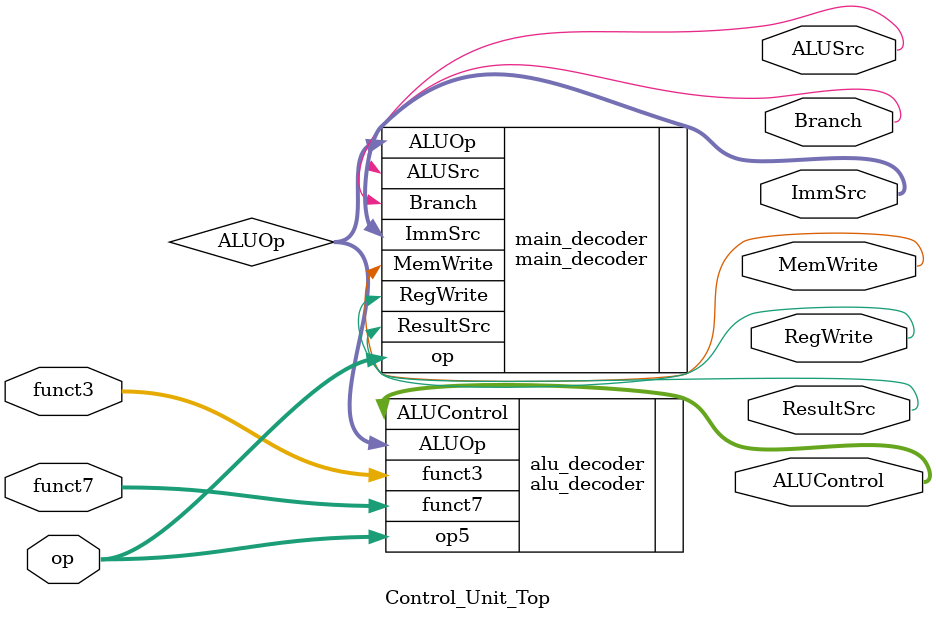
<source format=v>
`include "ALU_decoder.v"
`include "main_decoder.v"

module Control_Unit_Top(op,RegWrite,ImmSrc,ALUSrc,MemWrite,ResultSrc,Branch,funct3,funct7,ALUControl);

    input [6:0]op,funct7;
    input [2:0]funct3;
    output RegWrite,ALUSrc,MemWrite,ResultSrc,Branch;
    output [1:0]ImmSrc;
    output [2:0]ALUControl;

    wire [1:0]ALUOp;

    main_decoder main_decoder(
                .op(op),
                .RegWrite(RegWrite),
                .ImmSrc(ImmSrc),
                .MemWrite(MemWrite),
                .ResultSrc(ResultSrc),
                .Branch(Branch),
                .ALUSrc(ALUSrc),
                .ALUOp(ALUOp)
    );

    alu_decoder alu_decoder(
                            .ALUOp(ALUOp),
                            .funct3(funct3),
                            .funct7(funct7),
                            .op5(op),
                            .ALUControl(ALUControl)
    );


endmodule
</source>
